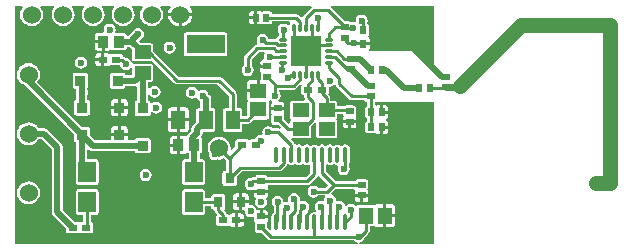
<source format=gtl>
%FSLAX25Y25*%
%MOIN*%
G70*
G01*
G75*
%ADD10R,0.02953X0.02362*%
%ADD11R,0.05512X0.04528*%
%ADD12O,0.01575X0.05315*%
%ADD13R,0.09842X0.09842*%
%ADD14O,0.01181X0.02874*%
%ADD15O,0.02874X0.01181*%
%ADD16R,0.12992X0.06299*%
%ADD17R,0.04724X0.06299*%
%ADD18C,0.06000*%
%ADD19R,0.02362X0.02953*%
%ADD20R,0.03150X0.03543*%
%ADD21R,0.02520X0.02362*%
%ADD22R,0.02362X0.02520*%
%ADD23R,0.05984X0.07008*%
%ADD24R,0.03543X0.03740*%
%ADD25R,0.03740X0.03543*%
%ADD26R,0.03543X0.03937*%
%ADD27R,0.05118X0.05512*%
%ADD28R,0.05512X0.05118*%
%ADD29R,0.05315X0.04528*%
%ADD30C,0.01000*%
%ADD31C,0.05000*%
%ADD32C,0.02362*%
%ADD33C,0.00787*%
%ADD34C,0.02000*%
%ADD35C,0.02362*%
%ADD36C,0.01968*%
G36*
X402500Y248653D02*
X402038Y248462D01*
X395264Y255236D01*
X381281D01*
X381034Y255736D01*
X381123Y255870D01*
X381201Y256260D01*
Y257236D01*
X379000D01*
Y258236D01*
X381201D01*
Y259213D01*
X381123Y259603D01*
X381000Y259787D01*
X380749Y260220D01*
X380923Y260480D01*
X380984Y260787D01*
Y263740D01*
X380923Y264047D01*
X380749Y264308D01*
X380676Y264357D01*
X380471Y264596D01*
X380409Y265007D01*
X380507Y265500D01*
X380354Y266268D01*
X379919Y266919D01*
X379268Y267354D01*
X378500Y267507D01*
X377732Y267354D01*
X377081Y266919D01*
X376646Y266268D01*
X376493Y265500D01*
X376538Y265271D01*
X376467Y265161D01*
X376105Y264887D01*
X375500Y265007D01*
X374891Y264886D01*
X374828Y264981D01*
X374567Y265155D01*
X374260Y265216D01*
X372872D01*
X368105Y269983D01*
X368086Y269997D01*
X368237Y270497D01*
X402500D01*
Y248653D01*
D02*
G37*
G36*
X369876Y243865D02*
X370072Y243572D01*
X374304Y239340D01*
X374730Y239055D01*
X375232Y238955D01*
X379464D01*
X379498Y238779D01*
X379673Y238519D01*
X379933Y238345D01*
X380240Y238284D01*
X380455D01*
Y237036D01*
X380279Y237002D01*
X380019Y236827D01*
X379845Y236567D01*
X379784Y236260D01*
Y233740D01*
X379845Y233433D01*
X380019Y233172D01*
X380279Y232998D01*
X380455Y232963D01*
Y232036D01*
X380279Y232002D01*
X380019Y231827D01*
X379845Y231567D01*
X379784Y231260D01*
Y228740D01*
X379845Y228433D01*
X380019Y228172D01*
X380279Y227998D01*
X380587Y227937D01*
X382949D01*
X383256Y227998D01*
X383317Y228039D01*
X383330Y228019D01*
X383661Y227798D01*
X384051Y227721D01*
X384732D01*
Y230000D01*
X385232D01*
Y230500D01*
X387433D01*
Y231260D01*
X387355Y231650D01*
X387134Y231981D01*
X386804Y232202D01*
X386586Y232245D01*
Y232755D01*
X386804Y232798D01*
X387134Y233019D01*
X387355Y233350D01*
X387433Y233740D01*
Y234500D01*
X385232D01*
Y235000D01*
X384732D01*
Y237279D01*
X384051D01*
X383661Y237202D01*
X383580Y237148D01*
X383080Y237415D01*
Y238354D01*
X402500D01*
Y191004D01*
X377603D01*
X377553Y191504D01*
X378268Y191646D01*
X378919Y192081D01*
X379354Y192732D01*
X379420Y193064D01*
X380779Y194422D01*
X381063Y194848D01*
X381163Y195350D01*
Y196941D01*
X382410D01*
X382717Y197002D01*
X382832Y197079D01*
X382870Y197023D01*
X383200Y196802D01*
X383591Y196724D01*
X385650D01*
Y200500D01*
Y204275D01*
X383591D01*
X383200Y204198D01*
X382870Y203977D01*
X382832Y203921D01*
X382717Y203998D01*
X382410Y204059D01*
X377291D01*
X376984Y203998D01*
X376724Y203824D01*
X376258Y204027D01*
X375768Y204354D01*
X375000Y204507D01*
X374232Y204354D01*
X373581Y203919D01*
X373467Y203749D01*
X372937Y203855D01*
X372854Y204268D01*
X372419Y204919D01*
X371768Y205354D01*
X371000Y205507D01*
X370497Y205407D01*
X370153Y205472D01*
X369953Y205770D01*
X369854Y206268D01*
X369419Y206919D01*
X368768Y207354D01*
X368505Y207406D01*
X368341Y207949D01*
X369811Y209420D01*
X376085D01*
X376352Y208920D01*
X376298Y208839D01*
X376221Y208449D01*
Y207768D01*
X380779D01*
Y208449D01*
X380702Y208839D01*
X380481Y209170D01*
X380461Y209183D01*
X380502Y209244D01*
X380563Y209551D01*
Y211913D01*
X380502Y212221D01*
X380328Y212481D01*
X380067Y212655D01*
X379760Y212716D01*
X377240D01*
X376933Y212655D01*
X376673Y212481D01*
X376498Y212221D01*
X376464Y212045D01*
X369811D01*
X366651Y215205D01*
Y217286D01*
X367151Y217554D01*
X367283Y217465D01*
X367898Y217343D01*
X368512Y217465D01*
X369033Y217813D01*
X369321D01*
X369842Y217465D01*
X370457Y217343D01*
X370725Y216887D01*
X370646Y216768D01*
X370493Y216000D01*
X370646Y215232D01*
X371081Y214581D01*
X371732Y214146D01*
X372500Y213993D01*
X373268Y214146D01*
X373919Y214581D01*
X374354Y215232D01*
X374507Y216000D01*
X374354Y216768D01*
X374328Y216807D01*
Y218079D01*
X374499Y218334D01*
X374621Y218949D01*
Y222689D01*
X374499Y223303D01*
X374151Y223824D01*
X373630Y224172D01*
X373016Y224295D01*
X372401Y224172D01*
X371880Y223824D01*
X371592D01*
X371071Y224172D01*
X370457Y224295D01*
X369842Y224172D01*
X369321Y223824D01*
X369033D01*
X368512Y224172D01*
X367898Y224295D01*
X367283Y224172D01*
X366762Y223824D01*
X366474D01*
X365953Y224172D01*
X365339Y224295D01*
X364724Y224172D01*
X364203Y223824D01*
X363915D01*
X363394Y224172D01*
X362779Y224295D01*
X362165Y224172D01*
X361644Y223824D01*
X361356D01*
X360835Y224172D01*
X360221Y224295D01*
X359606Y224172D01*
X359085Y223824D01*
X358797D01*
X358276Y224172D01*
X357661Y224295D01*
X357047Y224172D01*
X356891Y224068D01*
X356335Y224298D01*
X356315Y224400D01*
X356031Y224826D01*
X354988Y225868D01*
X355246Y226317D01*
X355413Y226284D01*
X360925D01*
X361232Y226345D01*
X361493Y226519D01*
X361667Y226779D01*
X361728Y227087D01*
Y230372D01*
X362772Y231416D01*
X363272Y231209D01*
Y227087D01*
X363333Y226779D01*
X363507Y226519D01*
X363768Y226345D01*
X364075Y226284D01*
X369587D01*
X369894Y226345D01*
X370154Y226519D01*
X370328Y226779D01*
X370389Y227087D01*
Y231614D01*
X370328Y231921D01*
X370154Y232182D01*
X370105Y232215D01*
Y232785D01*
X370154Y232818D01*
X370328Y233079D01*
X370389Y233386D01*
Y234337D01*
X372437D01*
Y234051D01*
X372498Y233744D01*
X372539Y233683D01*
X372519Y233670D01*
X372298Y233339D01*
X372221Y232949D01*
Y232268D01*
X374500D01*
X376779D01*
Y232949D01*
X376702Y233339D01*
X376481Y233670D01*
X376461Y233683D01*
X376502Y233744D01*
X376563Y234051D01*
Y236413D01*
X376502Y236721D01*
X376327Y236981D01*
X376067Y237155D01*
X375760Y237216D01*
X373240D01*
X372933Y237155D01*
X372673Y236981D01*
X372660Y236962D01*
X370389D01*
Y237913D01*
X370328Y238221D01*
X370154Y238481D01*
X369894Y238655D01*
X369587Y238716D01*
X368143D01*
Y239669D01*
X368043Y240172D01*
X367759Y240598D01*
X367427Y240929D01*
X367482Y241012D01*
X367543Y241319D01*
Y243190D01*
X367930Y243507D01*
X368000Y243493D01*
X368768Y243646D01*
X369280Y243987D01*
X369603Y243994D01*
X369876Y243865D01*
D02*
G37*
G36*
X361855Y269997D02*
X361835Y269983D01*
X359009Y267157D01*
X358768Y266796D01*
X358256Y266600D01*
X357428Y267428D01*
X357002Y267713D01*
X356500Y267813D01*
X348706D01*
X348655Y268067D01*
X348481Y268327D01*
X348221Y268502D01*
X347913Y268563D01*
X345551D01*
X345244Y268502D01*
X345183Y268461D01*
X345170Y268481D01*
X344839Y268702D01*
X344449Y268779D01*
X343768D01*
Y266500D01*
Y264221D01*
X344449D01*
X344839Y264298D01*
X345170Y264519D01*
X345183Y264539D01*
X345244Y264498D01*
X345551Y264437D01*
X347913D01*
X348221Y264498D01*
X348481Y264672D01*
X348655Y264933D01*
X348706Y265187D01*
X354400D01*
X354667Y264687D01*
X354502Y264440D01*
X354426Y264060D01*
X353919Y263919D01*
X353268Y264354D01*
X352500Y264507D01*
X351732Y264354D01*
X351081Y263919D01*
X350646Y263268D01*
X350493Y262500D01*
X350646Y261732D01*
X350888Y261369D01*
Y260485D01*
X350817Y260471D01*
X350361Y260167D01*
X350056Y259711D01*
X349968Y259268D01*
X349903Y259281D01*
X347451D01*
X347354Y259768D01*
X346919Y260419D01*
X346268Y260854D01*
X345500Y261007D01*
X344732Y260854D01*
X344081Y260419D01*
X343646Y259768D01*
X343493Y259000D01*
X343646Y258232D01*
X343805Y257994D01*
X343753Y257784D01*
X343554Y257469D01*
X343179Y257394D01*
X342753Y257109D01*
X339572Y253928D01*
X339287Y253502D01*
X339187Y253000D01*
Y250490D01*
X339081Y250419D01*
X338646Y249768D01*
X338493Y249000D01*
X338646Y248232D01*
X339081Y247581D01*
X339732Y247146D01*
X340500Y246993D01*
X341268Y247146D01*
X341919Y247581D01*
X342354Y248232D01*
X342507Y249000D01*
X342354Y249768D01*
X341919Y250419D01*
X341813Y250490D01*
Y252456D01*
X344225Y254869D01*
X346017D01*
X346252Y254428D01*
X346146Y254268D01*
X345993Y253500D01*
X346106Y252933D01*
X345790Y252433D01*
X345740D01*
X345350Y252355D01*
X345019Y252134D01*
X344798Y251804D01*
X344721Y251413D01*
Y250732D01*
X347000D01*
Y249732D01*
X344721D01*
Y249051D01*
X344798Y248661D01*
X345019Y248330D01*
X345039Y248317D01*
X344998Y248256D01*
X344937Y247949D01*
Y245728D01*
X344500D01*
Y242150D01*
X344000D01*
Y241650D01*
X340225D01*
Y239591D01*
X340302Y239200D01*
X340523Y238870D01*
X340579Y238832D01*
X340502Y238717D01*
X340441Y238409D01*
Y234148D01*
X340007Y233714D01*
X338720D01*
Y235551D01*
X338659Y235858D01*
X338485Y236119D01*
X338225Y236293D01*
X337917Y236354D01*
X336868D01*
Y240945D01*
X336768Y241447D01*
X336483Y241873D01*
X331928Y246428D01*
X331502Y246713D01*
X331000Y246813D01*
X317544D01*
X308960Y255396D01*
Y257209D01*
X308899Y257516D01*
X308725Y257776D01*
X308465Y257950D01*
X308157Y258012D01*
X305011D01*
X304300Y258722D01*
X304712Y259135D01*
X304768Y259146D01*
X305419Y259581D01*
X305854Y260232D01*
X306007Y261000D01*
X305854Y261768D01*
X305419Y262419D01*
X304768Y262854D01*
X304000Y263007D01*
X303232Y262854D01*
X302581Y262419D01*
X302146Y261768D01*
X302134Y261712D01*
X300745Y260322D01*
X300232D01*
Y260469D01*
X300171Y260776D01*
X299997Y261036D01*
X299736Y261210D01*
X299429Y261271D01*
X296577D01*
X296373Y261653D01*
X296362Y261771D01*
X296507Y262500D01*
X296354Y263268D01*
X295919Y263919D01*
X295268Y264354D01*
X294500Y264507D01*
X293732Y264354D01*
X293081Y263919D01*
X292646Y263268D01*
X292493Y262500D01*
X292595Y261988D01*
X292253Y261488D01*
X290571D01*
X290181Y261410D01*
X289850Y261190D01*
X289629Y260859D01*
X289551Y260469D01*
Y259000D01*
X292342D01*
Y258500D01*
X292843D01*
Y255512D01*
X294114D01*
X294504Y255590D01*
X294824Y255803D01*
X294839Y255812D01*
X295318Y255964D01*
X295579Y255790D01*
X295886Y255729D01*
X299429D01*
X299736Y255790D01*
X299997Y255964D01*
X300171Y256224D01*
X300232Y256532D01*
Y256678D01*
X301190D01*
X302040Y255828D01*
Y252681D01*
X302101Y252374D01*
X302275Y252113D01*
X302535Y251939D01*
X302842Y251878D01*
X308157D01*
X308465Y251939D01*
X308608Y252035D01*
X316072Y244572D01*
X316498Y244287D01*
X317000Y244187D01*
X330456D01*
X334243Y240401D01*
Y236354D01*
X333193D01*
X332886Y236293D01*
X332625Y236119D01*
X332451Y235858D01*
X332390Y235551D01*
Y229252D01*
X332451Y228945D01*
X332625Y228684D01*
X332886Y228510D01*
X333193Y228449D01*
X337917D01*
X338225Y228510D01*
X338485Y228684D01*
X338659Y228945D01*
X338720Y229252D01*
Y231089D01*
X340551D01*
X341054Y231189D01*
X341479Y231473D01*
X342494Y232488D01*
X346756D01*
X347063Y232550D01*
X347324Y232724D01*
X347498Y232984D01*
X347559Y233291D01*
Y238409D01*
X347539Y238508D01*
X347726Y238833D01*
X348273Y238952D01*
X348558Y238762D01*
X348610Y238242D01*
X348592Y238183D01*
X348519Y238134D01*
X348298Y237804D01*
X348221Y237413D01*
Y236732D01*
X352779D01*
Y237413D01*
X352702Y237804D01*
X352481Y238134D01*
X352150Y238355D01*
X351760Y238433D01*
X350850D01*
X350698Y238933D01*
X350919Y239081D01*
X351354Y239732D01*
X351507Y240500D01*
X351354Y241268D01*
X350919Y241919D01*
X350813Y241990D01*
Y242506D01*
X355821D01*
X356324Y242606D01*
X356749Y242891D01*
X357940Y244081D01*
X358487Y243972D01*
X358509Y243944D01*
X358457Y243681D01*
Y241319D01*
X358518Y241012D01*
X358692Y240751D01*
X358953Y240577D01*
X359260Y240516D01*
X359424D01*
Y239923D01*
X359524Y239421D01*
X359660Y239216D01*
X359394Y238716D01*
X355413D01*
X355106Y238655D01*
X354846Y238481D01*
X354672Y238221D01*
X354611Y237913D01*
Y233386D01*
X354672Y233079D01*
X354846Y232818D01*
X354895Y232785D01*
Y232215D01*
X354846Y232182D01*
X354672Y231921D01*
X354611Y231614D01*
Y231221D01*
X354111Y231013D01*
X352563Y232561D01*
Y233949D01*
X352502Y234256D01*
X352461Y234317D01*
X352481Y234330D01*
X352702Y234661D01*
X352779Y235051D01*
Y235732D01*
X348221D01*
Y235051D01*
X348298Y234661D01*
X348519Y234330D01*
X348539Y234317D01*
X348498Y234256D01*
X348437Y233949D01*
Y231587D01*
X348498Y231279D01*
X348673Y231019D01*
X348933Y230845D01*
X349240Y230784D01*
X350628D01*
X351517Y229894D01*
X351231Y229484D01*
X350728Y229584D01*
X348937D01*
X348866Y229691D01*
X348214Y230126D01*
X347446Y230279D01*
X346678Y230126D01*
X346027Y229691D01*
X345592Y229040D01*
X345439Y228272D01*
X345510Y227915D01*
X345085Y227490D01*
X345000Y227507D01*
X344232Y227354D01*
X343581Y226919D01*
X343146Y226268D01*
X343089Y225984D01*
X341787D01*
X341480Y225923D01*
X341220Y225749D01*
X340780D01*
X340520Y225923D01*
X340213Y225984D01*
X337260D01*
X336953Y225923D01*
X336692Y225749D01*
X336518Y225488D01*
X336457Y225181D01*
Y223577D01*
X335240Y222360D01*
X334767Y222594D01*
X334820Y223000D01*
X334690Y223989D01*
X334308Y224910D01*
X333701Y225701D01*
X332910Y226308D01*
X331989Y226690D01*
X331000Y226820D01*
X330011Y226690D01*
X329090Y226308D01*
X328299Y225701D01*
X327692Y224910D01*
X327310Y223989D01*
X327180Y223000D01*
X327310Y222011D01*
X327570Y221385D01*
X327493Y221000D01*
X327646Y220232D01*
X328081Y219581D01*
X328732Y219146D01*
X329500Y218993D01*
X330268Y219146D01*
X330431Y219255D01*
X331000Y219180D01*
X331989Y219310D01*
X332586Y219557D01*
X333187Y218956D01*
Y215511D01*
X332925D01*
X332618Y215450D01*
X332358Y215276D01*
X332184Y215016D01*
X332122Y214709D01*
Y211165D01*
X332184Y210858D01*
X332358Y210598D01*
X332618Y210424D01*
X332925Y210363D01*
X336075D01*
X336382Y210424D01*
X336643Y210598D01*
X336817Y210858D01*
X336878Y211165D01*
Y213458D01*
X338607Y215187D01*
X351000D01*
X351502Y215287D01*
X351928Y215572D01*
X353471Y217115D01*
X353690Y217443D01*
X353764Y217542D01*
X354279Y217605D01*
X354488Y217465D01*
X355102Y217343D01*
X355717Y217465D01*
X356238Y217813D01*
X356526D01*
X357047Y217465D01*
X357661Y217343D01*
X358276Y217465D01*
X358797Y217813D01*
X359085D01*
X359606Y217465D01*
X360221Y217343D01*
X360835Y217465D01*
X360967Y217554D01*
X361467Y217286D01*
Y214823D01*
X359921Y213277D01*
X347037D01*
X347002Y213453D01*
X346828Y213713D01*
X346567Y213887D01*
X346260Y213948D01*
X343740D01*
X343433Y213887D01*
X343173Y213713D01*
X342998Y213453D01*
X342964Y213277D01*
X342035D01*
X341533Y213177D01*
X341184Y212944D01*
X340732Y212854D01*
X340081Y212419D01*
X339646Y211768D01*
X339493Y211000D01*
X339646Y210232D01*
X340081Y209581D01*
X340732Y209146D01*
X341500Y208993D01*
X342221Y209136D01*
X342353Y209114D01*
X342567Y209000D01*
X347279D01*
Y209681D01*
X347202Y210071D01*
X347148Y210152D01*
X347415Y210652D01*
X360465D01*
X360967Y210752D01*
X361393Y211036D01*
X363708Y213351D01*
X363886Y213618D01*
X364219Y213691D01*
X364360Y213695D01*
X364475Y213668D01*
X367411Y210732D01*
X366492Y209813D01*
X363990D01*
X363919Y209919D01*
X363268Y210354D01*
X362500Y210507D01*
X361732Y210354D01*
X361081Y209919D01*
X360646Y209268D01*
X360493Y208500D01*
X360646Y207732D01*
X361081Y207081D01*
X361732Y206646D01*
X362500Y206493D01*
X363268Y206646D01*
X363919Y207081D01*
X363990Y207187D01*
X366159D01*
X366426Y206687D01*
X366146Y206268D01*
X366047Y205770D01*
X365847Y205472D01*
X365503Y205407D01*
X365000Y205507D01*
X364232Y205354D01*
X363581Y204919D01*
X363146Y204268D01*
X362993Y203500D01*
X363146Y202732D01*
X363581Y202081D01*
X363613Y202060D01*
X363608Y201963D01*
X363597Y201941D01*
X363089Y201595D01*
X362779Y201657D01*
X362165Y201535D01*
X362037Y201449D01*
X361509Y201340D01*
X360918Y201735D01*
X360775Y201763D01*
X360574Y202313D01*
X360854Y202732D01*
X361007Y203500D01*
X360854Y204268D01*
X360419Y204919D01*
X359768Y205354D01*
X359000Y205507D01*
X358395Y205387D01*
X358033Y205661D01*
X357962Y205771D01*
X358007Y206000D01*
X357854Y206768D01*
X357419Y207419D01*
X356768Y207854D01*
X356000Y208007D01*
X355232Y207854D01*
X354581Y207419D01*
X354146Y206768D01*
X353993Y206000D01*
X354113Y205395D01*
X353839Y205033D01*
X353729Y204962D01*
X353500Y205007D01*
X352997Y204907D01*
X352653Y204972D01*
X352453Y205270D01*
X352354Y205768D01*
X351919Y206419D01*
X351268Y206854D01*
X350500Y207007D01*
X349732Y206854D01*
X349081Y206419D01*
X348646Y205768D01*
X348493Y205000D01*
X348646Y204232D01*
X349081Y203581D01*
X349156Y203531D01*
Y201392D01*
X348849Y201187D01*
X348501Y200666D01*
X348379Y200051D01*
Y196311D01*
X348468Y195864D01*
X348007Y195617D01*
X347063Y196561D01*
Y197949D01*
X347002Y198256D01*
X346961Y198317D01*
X346981Y198330D01*
X347202Y198661D01*
X347279Y199051D01*
Y199732D01*
X345000D01*
Y200232D01*
X344500D01*
Y202433D01*
X343740D01*
X343433Y202372D01*
X343354Y202768D01*
X342919Y203419D01*
X342268Y203854D01*
X341500Y204007D01*
X341221Y203952D01*
X340834Y204269D01*
Y204563D01*
X338740D01*
Y202272D01*
X339270D01*
X339493Y202000D01*
X339646Y201232D01*
X340081Y200581D01*
X340732Y200146D01*
X341500Y199993D01*
X342221Y200136D01*
X342353Y200114D01*
X342721Y199918D01*
Y199051D01*
X342798Y198661D01*
X343019Y198330D01*
X343039Y198317D01*
X342998Y198256D01*
X342937Y197949D01*
Y195587D01*
X342998Y195279D01*
X343173Y195019D01*
X343433Y194845D01*
X343740Y194784D01*
X345128D01*
X347340Y192572D01*
X347765Y192287D01*
X348268Y192187D01*
X376010D01*
X376081Y192081D01*
X376732Y191646D01*
X377447Y191504D01*
X377397Y191004D01*
X263003D01*
X263003Y270497D01*
X265395D01*
X265642Y269997D01*
X265192Y269410D01*
X264810Y268489D01*
X264680Y267500D01*
X264810Y266511D01*
X265192Y265590D01*
X265799Y264799D01*
X266590Y264192D01*
X267511Y263810D01*
X268500Y263680D01*
X269489Y263810D01*
X270410Y264192D01*
X271201Y264799D01*
X271808Y265590D01*
X272190Y266511D01*
X272320Y267500D01*
X272190Y268489D01*
X271808Y269410D01*
X271358Y269997D01*
X271605Y270497D01*
X275895D01*
X276142Y269997D01*
X275692Y269410D01*
X275310Y268489D01*
X275180Y267500D01*
X275310Y266511D01*
X275692Y265590D01*
X276299Y264799D01*
X277090Y264192D01*
X278011Y263810D01*
X279000Y263680D01*
X279989Y263810D01*
X280910Y264192D01*
X281701Y264799D01*
X282308Y265590D01*
X282690Y266511D01*
X282820Y267500D01*
X282690Y268489D01*
X282308Y269410D01*
X281858Y269997D01*
X282105Y270497D01*
X285895D01*
X286142Y269997D01*
X285692Y269410D01*
X285310Y268489D01*
X285180Y267500D01*
X285310Y266511D01*
X285692Y265590D01*
X286299Y264799D01*
X287090Y264192D01*
X288011Y263810D01*
X289000Y263680D01*
X289989Y263810D01*
X290910Y264192D01*
X291701Y264799D01*
X292308Y265590D01*
X292690Y266511D01*
X292820Y267500D01*
X292690Y268489D01*
X292308Y269410D01*
X291858Y269997D01*
X292105Y270497D01*
X295895D01*
X296142Y269997D01*
X295692Y269410D01*
X295310Y268489D01*
X295180Y267500D01*
X295310Y266511D01*
X295692Y265590D01*
X296299Y264799D01*
X297090Y264192D01*
X298011Y263810D01*
X299000Y263680D01*
X299989Y263810D01*
X300910Y264192D01*
X301701Y264799D01*
X302308Y265590D01*
X302690Y266511D01*
X302820Y267500D01*
X302690Y268489D01*
X302308Y269410D01*
X301858Y269997D01*
X302105Y270497D01*
X305395D01*
X305642Y269997D01*
X305192Y269410D01*
X304810Y268489D01*
X304680Y267500D01*
X304810Y266511D01*
X305192Y265590D01*
X305799Y264799D01*
X306590Y264192D01*
X307511Y263810D01*
X308500Y263680D01*
X309489Y263810D01*
X310410Y264192D01*
X311201Y264799D01*
X311808Y265590D01*
X312190Y266511D01*
X312320Y267500D01*
X312190Y268489D01*
X311808Y269410D01*
X311358Y269997D01*
X311605Y270497D01*
X314627D01*
X314874Y269997D01*
X314506Y269517D01*
X314103Y268544D01*
X314031Y268000D01*
X318000D01*
X321969D01*
X321897Y268544D01*
X321494Y269517D01*
X321126Y269997D01*
X321373Y270497D01*
X361703D01*
X361855Y269997D01*
D02*
G37*
%LPC*%
G36*
X387433Y229500D02*
X385732D01*
Y227721D01*
X386413D01*
X386804Y227798D01*
X387134Y228019D01*
X387355Y228350D01*
X387433Y228740D01*
Y229500D01*
D02*
G37*
G36*
X380779Y206768D02*
X379000D01*
Y205067D01*
X379760D01*
X380150Y205145D01*
X380481Y205366D01*
X380702Y205696D01*
X380779Y206087D01*
Y206768D01*
D02*
G37*
G36*
X389728Y200000D02*
X386650D01*
Y196724D01*
X388709D01*
X389099Y196802D01*
X389430Y197023D01*
X389651Y197354D01*
X389728Y197744D01*
Y200000D01*
D02*
G37*
G36*
X378000Y206768D02*
X376221D01*
Y206087D01*
X376298Y205696D01*
X376519Y205366D01*
X376850Y205145D01*
X377240Y205067D01*
X378000D01*
Y206768D01*
D02*
G37*
G36*
X388709Y204275D02*
X386650D01*
Y201000D01*
X389728D01*
Y203256D01*
X389651Y203646D01*
X389430Y203977D01*
X389099Y204198D01*
X388709Y204275D01*
D02*
G37*
G36*
X376779Y231268D02*
X375000D01*
Y229567D01*
X375760D01*
X376150Y229645D01*
X376481Y229866D01*
X376702Y230196D01*
X376779Y230587D01*
Y231268D01*
D02*
G37*
G36*
X374000D02*
X372221D01*
Y230587D01*
X372298Y230196D01*
X372519Y229866D01*
X372850Y229645D01*
X373240Y229567D01*
X374000D01*
Y231268D01*
D02*
G37*
G36*
X386413Y237279D02*
X385732D01*
Y235500D01*
X387433D01*
Y236260D01*
X387355Y236650D01*
X387134Y236981D01*
X386804Y237202D01*
X386413Y237279D01*
D02*
G37*
G36*
X306500Y216007D02*
X305732Y215854D01*
X305081Y215419D01*
X304646Y214768D01*
X304493Y214000D01*
X304646Y213232D01*
X305081Y212581D01*
X305732Y212146D01*
X306500Y211993D01*
X307268Y212146D01*
X307919Y212581D01*
X308354Y213232D01*
X308507Y214000D01*
X308354Y214768D01*
X307919Y215419D01*
X307268Y215854D01*
X306500Y216007D01*
D02*
G37*
G36*
X316843Y223500D02*
X314551D01*
Y222031D01*
X314629Y221641D01*
X314850Y221310D01*
X315181Y221090D01*
X315571Y221012D01*
X316843D01*
Y223500D01*
D02*
G37*
G36*
X337740Y207854D02*
X336665D01*
X336275Y207777D01*
X335944Y207556D01*
X335723Y207225D01*
X335646Y206835D01*
Y205563D01*
X337740D01*
Y207854D01*
D02*
G37*
G36*
X339815D02*
X338740D01*
Y205563D01*
X340834D01*
Y206835D01*
X340757Y207225D01*
X340536Y207556D01*
X340205Y207777D01*
X339815Y207854D01*
D02*
G37*
G36*
X267500Y251320D02*
X266511Y251190D01*
X265590Y250808D01*
X264799Y250201D01*
X264192Y249410D01*
X263810Y248489D01*
X263680Y247500D01*
X263810Y246511D01*
X264192Y245590D01*
X264799Y244799D01*
X265590Y244192D01*
X266341Y243880D01*
X282725Y227497D01*
Y225630D01*
X282786Y225323D01*
X282960Y225062D01*
X283220Y224888D01*
X283477Y224837D01*
Y219026D01*
X283333Y218811D01*
X283272Y218504D01*
Y211496D01*
X283333Y211189D01*
X283507Y210928D01*
X283768Y210754D01*
X284075Y210693D01*
X290059D01*
X290366Y210754D01*
X290627Y210928D01*
X290801Y211189D01*
X290862Y211496D01*
Y218504D01*
X290801Y218811D01*
X290627Y219072D01*
X290366Y219246D01*
X290059Y219307D01*
X287122D01*
Y222447D01*
X287584Y222638D01*
X287711Y222511D01*
X287711Y222511D01*
X288303Y222115D01*
X289000Y221977D01*
X289000Y221977D01*
X302837D01*
X302888Y221720D01*
X303062Y221460D01*
X303323Y221286D01*
X303630Y221225D01*
X307370D01*
X307677Y221286D01*
X307938Y221460D01*
X308112Y221720D01*
X308173Y222028D01*
Y225571D01*
X308112Y225878D01*
X307938Y226138D01*
X307677Y226313D01*
X307370Y226374D01*
X303630D01*
X303323Y226313D01*
X303062Y226138D01*
X302888Y225878D01*
X302837Y225622D01*
X300499D01*
X300492Y225630D01*
Y227000D01*
X297701D01*
X294910D01*
Y225630D01*
X294903Y225622D01*
X289755D01*
X287874Y227503D01*
Y229370D01*
X287813Y229677D01*
X287639Y229938D01*
X287378Y230112D01*
X287071Y230173D01*
X285204D01*
X270365Y245012D01*
X270808Y245590D01*
X271190Y246511D01*
X271320Y247500D01*
X271190Y248489D01*
X270808Y249410D01*
X270201Y250201D01*
X269410Y250808D01*
X268489Y251190D01*
X267500Y251320D01*
D02*
G37*
G36*
X297201Y230390D02*
X295929D01*
X295539Y230312D01*
X295208Y230091D01*
X294987Y229760D01*
X294910Y229370D01*
Y228000D01*
X297201D01*
Y230390D01*
D02*
G37*
G36*
X299472D02*
X298201D01*
Y228000D01*
X300492D01*
Y229370D01*
X300414Y229760D01*
X300193Y230091D01*
X299863Y230312D01*
X299472Y230390D01*
D02*
G37*
G36*
X316945Y231902D02*
X314063D01*
Y229252D01*
X314141Y228862D01*
X314362Y228531D01*
X314692Y228310D01*
X315083Y228232D01*
X316945D01*
Y231902D01*
D02*
G37*
G36*
X316843Y226988D02*
X315571D01*
X315181Y226910D01*
X314850Y226690D01*
X314629Y226359D01*
X314551Y225969D01*
Y224500D01*
X316843D01*
Y226988D01*
D02*
G37*
G36*
X322000Y243507D02*
X321232Y243354D01*
X320581Y242919D01*
X320146Y242268D01*
X319993Y241500D01*
X320146Y240732D01*
X320581Y240081D01*
X321232Y239646D01*
X322000Y239493D01*
X322768Y239646D01*
X323108Y239873D01*
X323646Y239732D01*
X324081Y239081D01*
X324678Y238682D01*
Y236354D01*
X324138D01*
X323831Y236293D01*
X323570Y236119D01*
X323396Y235858D01*
X323335Y235551D01*
Y231814D01*
X322211Y230690D01*
X321816Y230099D01*
X321678Y229402D01*
X321678Y229401D01*
Y228816D01*
X321646Y228768D01*
X321635Y228712D01*
X320711Y227789D01*
X320316Y227197D01*
X320266Y226945D01*
X320125Y226861D01*
X319721Y226766D01*
X319504Y226910D01*
X319114Y226988D01*
X317843D01*
Y224000D01*
Y221012D01*
X319114D01*
X319504Y221090D01*
X319824Y221303D01*
X319839Y221312D01*
X320318Y221464D01*
X320579Y221290D01*
X320835Y221239D01*
Y219307D01*
X319508D01*
X319201Y219246D01*
X318940Y219072D01*
X318766Y218811D01*
X318705Y218504D01*
Y211496D01*
X318766Y211189D01*
X318940Y210928D01*
X319201Y210754D01*
X319508Y210693D01*
X325492D01*
X325799Y210754D01*
X326060Y210928D01*
X326234Y211189D01*
X326295Y211496D01*
Y218504D01*
X326234Y218811D01*
X326060Y219072D01*
X325799Y219246D01*
X325492Y219307D01*
X324480D01*
Y221239D01*
X324736Y221290D01*
X324997Y221464D01*
X325171Y221724D01*
X325232Y222031D01*
Y225969D01*
X325171Y226276D01*
X324997Y226536D01*
X324972Y226660D01*
X325354Y227232D01*
X325507Y228000D01*
X325495Y228063D01*
X325812Y228449D01*
X328862D01*
X329169Y228510D01*
X329430Y228684D01*
X329604Y228945D01*
X329665Y229252D01*
Y235551D01*
X329604Y235858D01*
X329430Y236119D01*
X329169Y236293D01*
X328862Y236354D01*
X328322D01*
Y239500D01*
X328184Y240197D01*
X327789Y240789D01*
X327398Y241050D01*
X327354Y241268D01*
X326919Y241919D01*
X326268Y242354D01*
X325500Y242507D01*
X324732Y242354D01*
X324392Y242127D01*
X323854Y242268D01*
X323419Y242919D01*
X322768Y243354D01*
X322000Y243507D01*
D02*
G37*
G36*
X339260Y198500D02*
X337264D01*
Y196799D01*
X338240D01*
X338630Y196877D01*
X338961Y197098D01*
X339182Y197429D01*
X339260Y197819D01*
Y198500D01*
D02*
G37*
G36*
X338240Y201201D02*
X337264D01*
Y199500D01*
X339260D01*
Y200181D01*
X339182Y200571D01*
X338961Y200902D01*
X338630Y201123D01*
X338240Y201201D01*
D02*
G37*
G36*
X325492Y209307D02*
X319508D01*
X319201Y209246D01*
X318940Y209072D01*
X318766Y208811D01*
X318705Y208504D01*
Y201496D01*
X318766Y201189D01*
X318940Y200928D01*
X319201Y200754D01*
X319508Y200693D01*
X325492D01*
X325799Y200754D01*
X326060Y200928D01*
X326234Y201189D01*
X326295Y201496D01*
Y203750D01*
X328382D01*
Y203291D01*
X328443Y202984D01*
X328617Y202724D01*
X328878Y202550D01*
X329185Y202488D01*
X329447D01*
Y202240D01*
X329547Y201738D01*
X329832Y201312D01*
X330210Y200933D01*
X330192Y200749D01*
X330018Y200488D01*
X329957Y200181D01*
Y197819D01*
X330018Y197512D01*
X330192Y197251D01*
X330453Y197077D01*
X330760Y197016D01*
X333713D01*
X334020Y197077D01*
X334280Y197251D01*
X334714Y197000D01*
X334897Y196877D01*
X335287Y196799D01*
X336264D01*
Y199000D01*
Y201201D01*
X335287D01*
X334897Y201123D01*
X334714Y201000D01*
X334280Y200749D01*
X334020Y200923D01*
X333713Y200984D01*
X333505D01*
X333449Y201266D01*
X333164Y201692D01*
X332755Y202101D01*
X332865Y202699D01*
X332902Y202724D01*
X333076Y202984D01*
X333137Y203291D01*
Y206835D01*
X333076Y207142D01*
X332902Y207402D01*
X332642Y207576D01*
X332335Y207638D01*
X329185D01*
X328878Y207576D01*
X328617Y207402D01*
X328443Y207142D01*
X328382Y206835D01*
Y206376D01*
X326295D01*
Y208504D01*
X326234Y208811D01*
X326060Y209072D01*
X325799Y209246D01*
X325492Y209307D01*
D02*
G37*
G36*
X267500Y231635D02*
X266511Y231505D01*
X265590Y231123D01*
X264799Y230516D01*
X264192Y229725D01*
X263810Y228804D01*
X263680Y227815D01*
X263810Y226826D01*
X264192Y225905D01*
X264799Y225114D01*
X265590Y224507D01*
X266511Y224125D01*
X267500Y223995D01*
X268489Y224125D01*
X269410Y224507D01*
X270201Y225114D01*
X270808Y225905D01*
X270845Y225992D01*
X271930D01*
X275178Y222745D01*
Y201736D01*
X275178Y201736D01*
X275316Y201039D01*
X275711Y200448D01*
X279957Y196202D01*
Y195319D01*
X280018Y195012D01*
X280192Y194751D01*
X280453Y194577D01*
X280760Y194516D01*
X283713D01*
X284020Y194577D01*
X284280Y194751D01*
X284720D01*
X284980Y194577D01*
X285287Y194516D01*
X288240D01*
X288547Y194577D01*
X288808Y194751D01*
X288982Y195012D01*
X289043Y195319D01*
Y197681D01*
X288982Y197988D01*
X288808Y198249D01*
X288547Y198423D01*
X288380Y198456D01*
Y200693D01*
X290059D01*
X290366Y200754D01*
X290627Y200928D01*
X290801Y201189D01*
X290862Y201496D01*
Y208504D01*
X290801Y208811D01*
X290627Y209072D01*
X290366Y209246D01*
X290059Y209307D01*
X284075D01*
X283768Y209246D01*
X283507Y209072D01*
X283333Y208811D01*
X283272Y208504D01*
Y201496D01*
X283333Y201189D01*
X283507Y200928D01*
X283768Y200754D01*
X284075Y200693D01*
X285754D01*
Y198484D01*
X285287D01*
X284980Y198423D01*
X284720Y198249D01*
X284280D01*
X284020Y198423D01*
X283713Y198484D01*
X282830D01*
X278822Y202491D01*
Y223500D01*
X278684Y224197D01*
X278289Y224789D01*
X278289Y224789D01*
X273974Y229104D01*
X273382Y229499D01*
X272685Y229637D01*
X272685Y229637D01*
X270845D01*
X270808Y229725D01*
X270201Y230516D01*
X269410Y231123D01*
X268489Y231505D01*
X267500Y231635D01*
D02*
G37*
G36*
X346260Y202433D02*
X345500D01*
Y200732D01*
X347279D01*
Y201413D01*
X347202Y201804D01*
X346981Y202134D01*
X346650Y202355D01*
X346260Y202433D01*
D02*
G37*
G36*
X267500Y211950D02*
X266511Y211820D01*
X265590Y211438D01*
X264799Y210831D01*
X264192Y210040D01*
X263810Y209119D01*
X263680Y208130D01*
X263810Y207141D01*
X264192Y206220D01*
X264799Y205429D01*
X265590Y204822D01*
X266511Y204440D01*
X267500Y204310D01*
X268489Y204440D01*
X269410Y204822D01*
X270201Y205429D01*
X270808Y206220D01*
X271190Y207141D01*
X271320Y208130D01*
X271190Y209119D01*
X270808Y210040D01*
X270201Y210831D01*
X269410Y211438D01*
X268489Y211820D01*
X267500Y211950D01*
D02*
G37*
G36*
X347279Y208000D02*
X342721D01*
Y207319D01*
X342798Y206929D01*
X343019Y206598D01*
X343074Y206561D01*
X343251Y205926D01*
X343146Y205768D01*
X342993Y205000D01*
X343146Y204232D01*
X343581Y203581D01*
X344232Y203146D01*
X345000Y202993D01*
X345768Y203146D01*
X346419Y203581D01*
X346854Y204232D01*
X347007Y205000D01*
X346854Y205768D01*
X346749Y205926D01*
X346926Y206561D01*
X346981Y206598D01*
X347202Y206929D01*
X347279Y207319D01*
Y208000D01*
D02*
G37*
G36*
X337740Y204563D02*
X335646D01*
Y203291D01*
X335723Y202901D01*
X335944Y202570D01*
X336275Y202349D01*
X336665Y202272D01*
X337740D01*
Y204563D01*
D02*
G37*
G36*
X291736Y254701D02*
X290760D01*
X290370Y254623D01*
X290039Y254402D01*
X289818Y254071D01*
X289740Y253681D01*
Y253000D01*
X291736D01*
Y254701D01*
D02*
G37*
G36*
X332996Y261551D02*
X320004D01*
X319697Y261490D01*
X319436Y261316D01*
X319262Y261055D01*
X319201Y260748D01*
Y254449D01*
X319262Y254142D01*
X319436Y253881D01*
X319697Y253707D01*
X320004Y253646D01*
X332996D01*
X333303Y253707D01*
X333564Y253881D01*
X333738Y254142D01*
X333799Y254449D01*
Y260748D01*
X333738Y261055D01*
X333564Y261316D01*
X333303Y261490D01*
X332996Y261551D01*
D02*
G37*
G36*
X291736Y252000D02*
X289740D01*
Y251319D01*
X289818Y250929D01*
X290039Y250598D01*
X290370Y250377D01*
X290760Y250299D01*
X291736D01*
Y252000D01*
D02*
G37*
G36*
X293713Y254701D02*
X292736D01*
Y252500D01*
Y250299D01*
X293713D01*
X294103Y250377D01*
X294286Y250500D01*
X294720Y250751D01*
X294980Y250577D01*
X295287Y250516D01*
X298089D01*
X298146Y250232D01*
X298581Y249581D01*
X299232Y249146D01*
X300000Y248993D01*
X300768Y249146D01*
X301419Y249581D01*
X301540Y249761D01*
X302040Y249609D01*
Y247322D01*
X299775D01*
Y247370D01*
X299714Y247677D01*
X299540Y247938D01*
X299280Y248112D01*
X298972Y248173D01*
X295429D01*
X295122Y248112D01*
X294861Y247938D01*
X294687Y247677D01*
X294626Y247370D01*
Y243630D01*
X294687Y243323D01*
X294861Y243062D01*
X295122Y242888D01*
X295429Y242827D01*
X298972D01*
X299280Y242888D01*
X299540Y243062D01*
X299714Y243323D01*
X299775Y243630D01*
Y243678D01*
X302945D01*
X302945Y243678D01*
X303178Y243724D01*
X303678Y243314D01*
Y238775D01*
X303630D01*
X303323Y238714D01*
X303062Y238540D01*
X302888Y238280D01*
X302827Y237972D01*
Y234429D01*
X302888Y234122D01*
X303062Y233861D01*
X303323Y233687D01*
X303630Y233626D01*
X307370D01*
X307677Y233687D01*
X307938Y233861D01*
X308112Y234122D01*
X308173Y234429D01*
Y234860D01*
X308673Y235019D01*
X309232Y234646D01*
X310000Y234493D01*
X310768Y234646D01*
X311419Y235081D01*
X311854Y235732D01*
X312007Y236500D01*
X311854Y237268D01*
X311419Y237919D01*
X310768Y238354D01*
X310000Y238507D01*
X309232Y238354D01*
X308670Y237979D01*
X308578Y237978D01*
X308342Y238046D01*
X308137Y238155D01*
X308112Y238280D01*
X307938Y238540D01*
X307677Y238714D01*
X307370Y238775D01*
X307322D01*
Y240566D01*
X307822Y240718D01*
X308081Y240331D01*
X308732Y239896D01*
X309500Y239743D01*
X310268Y239896D01*
X310919Y240331D01*
X311354Y240982D01*
X311507Y241750D01*
X311354Y242518D01*
X310919Y243169D01*
X310268Y243604D01*
X309500Y243757D01*
X308732Y243604D01*
X308081Y243169D01*
X307822Y242782D01*
X307322Y242934D01*
Y244988D01*
X308157D01*
X308465Y245050D01*
X308725Y245224D01*
X308899Y245484D01*
X308960Y245791D01*
Y250319D01*
X308899Y250626D01*
X308725Y250887D01*
X308465Y251061D01*
X308157Y251122D01*
X302842D01*
X302535Y251061D01*
X302483Y251026D01*
X301958Y251244D01*
X301854Y251768D01*
X301419Y252419D01*
X300768Y252854D01*
X300000Y253007D01*
X299874Y252982D01*
X299428Y253428D01*
X299042Y253686D01*
X298982Y253988D01*
X298808Y254249D01*
X298547Y254423D01*
X298240Y254484D01*
X295287D01*
X294980Y254423D01*
X294720Y254249D01*
X294286Y254500D01*
X294103Y254623D01*
X293713Y254701D01*
D02*
G37*
G36*
X285000Y253507D02*
X284232Y253354D01*
X283581Y252919D01*
X283146Y252268D01*
X282993Y251500D01*
X283146Y250732D01*
X283581Y250081D01*
X284232Y249646D01*
X285000Y249493D01*
X285768Y249646D01*
X286419Y250081D01*
X286854Y250732D01*
X287007Y251500D01*
X286854Y252268D01*
X286419Y252919D01*
X285768Y253354D01*
X285000Y253507D01*
D02*
G37*
G36*
X314500Y258507D02*
X313732Y258354D01*
X313081Y257919D01*
X312646Y257268D01*
X312493Y256500D01*
X312646Y255732D01*
X313081Y255081D01*
X313732Y254646D01*
X314500Y254493D01*
X315268Y254646D01*
X315919Y255081D01*
X316354Y255732D01*
X316507Y256500D01*
X316354Y257268D01*
X315919Y257919D01*
X315268Y258354D01*
X314500Y258507D01*
D02*
G37*
G36*
X342768Y266000D02*
X341067D01*
Y265240D01*
X341145Y264850D01*
X341366Y264519D01*
X341696Y264298D01*
X342087Y264221D01*
X342768D01*
Y266000D01*
D02*
G37*
G36*
Y268779D02*
X342087D01*
X341696Y268702D01*
X341366Y268481D01*
X341145Y268150D01*
X341067Y267760D01*
Y267000D01*
X342768D01*
Y268779D01*
D02*
G37*
G36*
X321969Y267000D02*
X318500D01*
Y263531D01*
X319044Y263603D01*
X320017Y264006D01*
X320853Y264647D01*
X321494Y265483D01*
X321897Y266456D01*
X321969Y267000D01*
D02*
G37*
G36*
X291843Y258000D02*
X289551D01*
Y256532D01*
X289629Y256141D01*
X289850Y255810D01*
X290181Y255590D01*
X290571Y255512D01*
X291843D01*
Y258000D01*
D02*
G37*
G36*
X317500Y267000D02*
X314031D01*
X314103Y266456D01*
X314506Y265483D01*
X315147Y264647D01*
X315983Y264006D01*
X316956Y263603D01*
X317500Y263531D01*
Y267000D01*
D02*
G37*
G36*
X343500Y245728D02*
X341244D01*
X340854Y245651D01*
X340523Y245430D01*
X340302Y245099D01*
X340225Y244709D01*
Y242650D01*
X343500D01*
Y245728D01*
D02*
G37*
G36*
X316945Y236571D02*
X315083D01*
X314692Y236493D01*
X314362Y236272D01*
X314141Y235941D01*
X314063Y235551D01*
Y232902D01*
X316945D01*
Y236571D01*
D02*
G37*
G36*
X319807D02*
X317945D01*
Y232902D01*
X320827D01*
Y235551D01*
X320749Y235941D01*
X320528Y236272D01*
X320197Y236493D01*
X319807Y236571D01*
D02*
G37*
G36*
X320827Y231902D02*
X317945D01*
Y228232D01*
X319807D01*
X320197Y228310D01*
X320528Y228531D01*
X320749Y228862D01*
X320827Y229252D01*
Y231902D01*
D02*
G37*
G36*
X297201Y236000D02*
X294910D01*
Y234630D01*
X294987Y234240D01*
X295208Y233909D01*
X295539Y233688D01*
X295929Y233610D01*
X297201D01*
Y236000D01*
D02*
G37*
G36*
Y239390D02*
X295929D01*
X295539Y239312D01*
X295208Y239091D01*
X294987Y238760D01*
X294910Y238370D01*
Y237000D01*
X297201D01*
Y239390D01*
D02*
G37*
G36*
X299472D02*
X298201D01*
Y237000D01*
X300492D01*
Y238370D01*
X300414Y238760D01*
X300193Y239091D01*
X299863Y239312D01*
X299472Y239390D01*
D02*
G37*
G36*
X300492Y236000D02*
X298201D01*
Y233610D01*
X299472D01*
X299863Y233688D01*
X300193Y233909D01*
X300414Y234240D01*
X300492Y234630D01*
Y236000D01*
D02*
G37*
G36*
X286571Y248173D02*
X283028D01*
X282720Y248112D01*
X282460Y247938D01*
X282286Y247677D01*
X282225Y247370D01*
Y243630D01*
X282286Y243323D01*
X282460Y243062D01*
X282720Y242888D01*
X283028Y242827D01*
X283477D01*
Y242316D01*
X283445Y242268D01*
X283292Y241500D01*
X283445Y240732D01*
X283477Y240684D01*
Y239163D01*
X283220Y239112D01*
X282960Y238938D01*
X282786Y238677D01*
X282725Y238370D01*
Y234630D01*
X282786Y234323D01*
X282960Y234062D01*
X283220Y233888D01*
X283528Y233827D01*
X287071D01*
X287378Y233888D01*
X287639Y234062D01*
X287813Y234323D01*
X287874Y234630D01*
Y238370D01*
X287813Y238677D01*
X287639Y238938D01*
X287378Y239112D01*
X287122Y239163D01*
Y240684D01*
X287154Y240732D01*
X287306Y241500D01*
X287154Y242268D01*
X287122Y242316D01*
Y243051D01*
X287139Y243062D01*
X287313Y243323D01*
X287374Y243630D01*
Y247370D01*
X287313Y247677D01*
X287139Y247938D01*
X286878Y248112D01*
X286571Y248173D01*
D02*
G37*
%LPD*%
D10*
X360736Y242500D02*
D03*
X365264D02*
D03*
X292236Y252500D02*
D03*
X296764D02*
D03*
X336764Y199000D02*
D03*
X332236D02*
D03*
X282236Y196500D02*
D03*
X286764D02*
D03*
X338736Y224000D02*
D03*
X343264D02*
D03*
D11*
X366831Y235650D02*
D03*
Y229350D02*
D03*
X358169Y235650D02*
D03*
Y229350D02*
D03*
D12*
X373016Y220819D02*
D03*
X370457D02*
D03*
X367898D02*
D03*
X365339D02*
D03*
X362779D02*
D03*
X360221D02*
D03*
X357661D02*
D03*
X355102D02*
D03*
X352543D02*
D03*
X349984D02*
D03*
X373016Y198181D02*
D03*
X370457D02*
D03*
X367898D02*
D03*
X365339D02*
D03*
X362779D02*
D03*
X360221D02*
D03*
X357661D02*
D03*
X355102D02*
D03*
X352543D02*
D03*
X349984D02*
D03*
D13*
X359937Y255236D02*
D03*
D14*
X356000Y262972D02*
D03*
X357968D02*
D03*
X359937D02*
D03*
X361906D02*
D03*
X363874D02*
D03*
Y247500D02*
D03*
X361906D02*
D03*
X359937D02*
D03*
X357968D02*
D03*
X356000D02*
D03*
D15*
X367673Y259173D02*
D03*
Y257205D02*
D03*
Y255236D02*
D03*
Y253268D02*
D03*
Y251299D02*
D03*
X352201D02*
D03*
Y253268D02*
D03*
Y255236D02*
D03*
Y257205D02*
D03*
Y259173D02*
D03*
D16*
X326500Y257598D02*
D03*
D17*
X335555Y232402D02*
D03*
X326500D02*
D03*
X317445D02*
D03*
D18*
X331000Y223000D02*
D03*
X268500Y267500D02*
D03*
X289000D02*
D03*
X279000D02*
D03*
X299000D02*
D03*
X308500D02*
D03*
X318000D02*
D03*
X267500Y247500D02*
D03*
Y227815D02*
D03*
Y208130D02*
D03*
D19*
X379000Y262264D02*
D03*
Y257736D02*
D03*
D20*
X334500Y212937D02*
D03*
X338240Y205063D02*
D03*
X330760D02*
D03*
D21*
X381500Y243732D02*
D03*
Y240268D02*
D03*
X375000Y249268D02*
D03*
Y252732D02*
D03*
X350500Y236232D02*
D03*
Y232768D02*
D03*
X374500Y231768D02*
D03*
Y235232D02*
D03*
X378500Y210732D02*
D03*
Y207268D02*
D03*
X345000Y211965D02*
D03*
Y208500D02*
D03*
Y196768D02*
D03*
Y200232D02*
D03*
X406500Y246732D02*
D03*
Y243268D02*
D03*
X347000Y246768D02*
D03*
Y250232D02*
D03*
X373000Y259768D02*
D03*
Y263232D02*
D03*
D22*
X381768Y249000D02*
D03*
X385232D02*
D03*
X397768Y243000D02*
D03*
X401232D02*
D03*
X385232Y230000D02*
D03*
X381768D02*
D03*
X385232Y235000D02*
D03*
X381768D02*
D03*
X346732Y266500D02*
D03*
X343268D02*
D03*
D23*
X322500Y205000D02*
D03*
Y215000D02*
D03*
X287067Y205000D02*
D03*
Y215000D02*
D03*
D24*
X285299Y236500D02*
D03*
X297701D02*
D03*
X285299Y227500D02*
D03*
X297701D02*
D03*
X297201Y245500D02*
D03*
X284799D02*
D03*
D25*
X305500Y236201D02*
D03*
Y223799D02*
D03*
D26*
X317342Y224000D02*
D03*
X322657D02*
D03*
X297657Y258500D02*
D03*
X292342D02*
D03*
D27*
X386150Y200500D02*
D03*
X379850D02*
D03*
D28*
X344000Y235850D02*
D03*
Y242150D02*
D03*
D29*
X305500Y254945D02*
D03*
Y248055D02*
D03*
D30*
X367177Y269055D02*
X373000Y263232D01*
X362764Y269055D02*
X367177D01*
X359937Y262972D02*
Y266229D01*
X362764Y269055D01*
X379000Y262264D02*
Y265000D01*
X378500Y265500D02*
X379000Y265000D01*
X363874Y262972D02*
Y266374D01*
X334500Y219500D02*
Y219764D01*
Y212937D02*
Y219500D01*
Y219764D02*
X338736Y224000D01*
X331000Y223000D02*
X334500Y219500D01*
X352543Y218043D02*
Y220819D01*
X351000Y216500D02*
X352543Y218043D01*
X338063Y216500D02*
X351000D01*
X334500Y212937D02*
X338063Y216500D01*
X322500Y205000D02*
X322563Y205063D01*
X330760D01*
X332236Y199000D02*
Y200764D01*
X330760Y202240D02*
X332236Y200764D01*
X330760Y202240D02*
Y205063D01*
X379850Y195350D02*
Y200500D01*
X378000Y193500D02*
X379850Y195350D01*
X362779Y193780D02*
Y198181D01*
X362500Y193500D02*
X362779Y193780D01*
X348268Y193500D02*
X362500D01*
X345000Y196768D02*
X348268Y193500D01*
X345000Y211965D02*
X360465D01*
X362779Y214280D01*
X367673Y259173D02*
Y261173D01*
X369732Y263232D02*
X373000D01*
X367673Y261173D02*
X369732Y263232D01*
X357968Y245966D02*
Y247500D01*
X362779Y214280D02*
Y220319D01*
X358000Y263004D02*
Y265000D01*
X369268Y210732D02*
X378500D01*
X365339Y214661D02*
X369268Y210732D01*
X365339Y214661D02*
Y218819D01*
Y198181D02*
Y203161D01*
X365000Y203500D02*
X365339Y203161D01*
X370457Y198181D02*
Y202957D01*
X373016Y198181D02*
X375000Y200165D01*
Y202500D01*
X367898Y205398D02*
X368000Y205500D01*
X367898Y198181D02*
Y205398D01*
X370457Y202957D02*
X371000Y203500D01*
X352000Y251098D02*
X352201Y251299D01*
X356500Y266500D02*
X358000Y265000D01*
X347500Y266500D02*
X356500D01*
X352000Y249000D02*
Y251098D01*
X348000Y253500D02*
X348232Y253268D01*
X349163Y256181D02*
X350108Y255236D01*
X352201D01*
X348232Y253268D02*
X352201D01*
X352110Y257295D02*
X352201Y257205D01*
X350576Y257295D02*
X352110D01*
X349903Y257968D02*
X350576Y257295D01*
X346532Y257968D02*
X349903D01*
X345500Y259000D02*
X346532Y257968D01*
X352201Y262201D02*
X352500Y262500D01*
X352201Y259173D02*
Y262201D01*
X349949Y243819D02*
X355821D01*
X357968Y245966D01*
X354000Y246500D02*
X355000Y247500D01*
X356000D01*
X350500Y232768D02*
X353917Y229350D01*
X358169D01*
X366831Y235650D02*
X374083D01*
X374500Y235232D01*
X359937Y247500D02*
Y250587D01*
X361906Y260094D02*
Y262972D01*
X356000Y259500D02*
Y262972D01*
X352543Y198181D02*
Y202957D01*
X359937Y255236D02*
X361906Y257205D01*
Y245406D02*
Y247500D01*
X360736Y244236D02*
X361906Y245406D01*
X360736Y242500D02*
Y244236D01*
Y239923D02*
Y242500D01*
Y239923D02*
X362213Y238447D01*
Y232713D02*
Y238447D01*
X358850Y229350D02*
X362213Y232713D01*
X358169Y229350D02*
X358850D01*
X363874Y246126D02*
Y247500D01*
Y246126D02*
X365264Y244736D01*
Y242500D02*
Y244736D01*
Y241236D02*
Y242500D01*
Y241236D02*
X366831Y239669D01*
Y235650D02*
Y239669D01*
X373016Y216516D02*
Y220819D01*
X372500Y216000D02*
X373016Y216516D01*
X296764Y252500D02*
X298500D01*
X300000Y251000D01*
X284799Y245500D02*
X285299Y245000D01*
X287067Y196803D02*
Y205000D01*
X286764Y196500D02*
X287067Y196803D01*
X340551Y232402D02*
X342705Y234555D01*
X375232Y240268D02*
X381500D01*
X371000Y244500D02*
X375232Y240268D01*
X367673Y253268D02*
X369705D01*
X380535Y243732D02*
X381500D01*
X369705Y253268D02*
X373705Y249268D01*
X375000D01*
X367673Y249827D02*
Y251299D01*
Y249827D02*
X371000Y246500D01*
Y244500D02*
Y246500D01*
X372768Y252732D02*
X375000D01*
X367673Y255236D02*
X370264D01*
X372768Y252732D01*
X301945Y258500D02*
Y258945D01*
X267500Y245299D02*
Y247500D01*
X285299Y216768D02*
X287067Y215000D01*
X367035Y208500D02*
X369268Y210732D01*
X362500Y208500D02*
X367035D01*
X352543Y202957D02*
X352587Y203000D01*
X353500D01*
X355102Y198181D02*
Y200811D01*
X356181Y201889D01*
X349984Y198181D02*
X350468Y198665D01*
Y204969D02*
X350500Y205000D01*
X350468Y198665D02*
Y204969D01*
X357968Y202468D02*
X359000Y203500D01*
X357661Y198181D02*
X357968Y198488D01*
Y202468D01*
X356000Y206000D02*
X356181Y205819D01*
Y201889D02*
Y205819D01*
X373232Y263000D02*
X375500D01*
X373000Y263232D02*
X373232Y263000D01*
X322500Y215000D02*
X322657Y215158D01*
X305500Y254945D02*
X307555D01*
X317000Y245500D01*
X349500Y240500D02*
Y244268D01*
X347000Y246768D02*
X349500Y244268D01*
X349949Y243819D01*
X342035Y211965D02*
X345000D01*
X401232Y243000D02*
X406232D01*
X406500Y243268D01*
X340500Y249000D02*
Y253000D01*
X343681Y256181D01*
X349163D01*
X344268Y250232D02*
X347000D01*
X344000Y250500D02*
X344268Y250232D01*
X341500Y211429D02*
X342035Y211965D01*
X341500Y211000D02*
Y211429D01*
X362500Y193500D02*
X377500D01*
X378000D01*
X355102Y220819D02*
Y223898D01*
X350728Y228272D02*
X355102Y223898D01*
X343264Y224000D02*
X344764Y225500D01*
X345000D01*
X331000Y245500D02*
X335555Y240945D01*
X317000Y245500D02*
X331000D01*
X325500Y240500D02*
X326500Y239500D01*
X347446Y228272D02*
X350728D01*
X335555Y232402D02*
X340551D01*
X335555D02*
Y240945D01*
X360221Y198181D02*
Y200843D01*
X362000Y202622D01*
Y205000D01*
X381500Y240268D02*
X381768Y240000D01*
Y230000D02*
Y235000D01*
Y240000D01*
X373000Y259000D02*
Y259768D01*
Y259000D02*
X374000Y258000D01*
X376000D01*
X378736D01*
X342705Y234555D02*
X344000D01*
X361906Y257205D02*
X367673D01*
D31*
X456510Y211308D02*
X461340D01*
Y263908D01*
X431540D02*
X461340D01*
X411330Y243708D02*
X431540Y263908D01*
D32*
X406500Y243268D02*
X410950D01*
D33*
X357968Y262972D02*
X358000Y263004D01*
D34*
X297657Y258500D02*
X301945D01*
X305500Y254945D01*
X297201Y245500D02*
X302945D01*
X305500Y248055D01*
Y236201D02*
Y248055D01*
X285299Y216768D02*
Y227500D01*
X277000Y201736D02*
X282236Y196500D01*
X277000Y201736D02*
Y223500D01*
X272685Y227815D02*
X277000Y223500D01*
X267500Y227815D02*
X272685D01*
X285299Y236500D02*
Y241500D01*
Y245000D01*
X375000Y252732D02*
X378035D01*
X381768Y249000D01*
X375000Y249268D02*
X380535Y243732D01*
X385232Y249000D02*
X386500D01*
X392500Y243000D01*
X397768D01*
X301945Y258945D02*
X304000Y261000D01*
X289000Y223799D02*
X305500D01*
X285299Y227500D02*
X289000Y223799D01*
X267500Y245299D02*
X285299Y227500D01*
X322657Y215158D02*
Y224000D01*
X323500Y228000D02*
Y229402D01*
X326500Y232402D01*
Y239500D01*
X322000Y224658D02*
X322657Y224000D01*
X322000Y224658D02*
Y226500D01*
X323500Y228000D01*
X402000Y250000D02*
X405268Y246732D01*
X406500D01*
X378736Y258000D02*
X379000Y257736D01*
D35*
X378500Y265500D02*
D03*
X363874Y266374D02*
D03*
X365000Y203500D02*
D03*
X368000Y205500D02*
D03*
X375000Y202500D02*
D03*
X289000Y267500D02*
D03*
X279000D02*
D03*
X371000Y203500D02*
D03*
X352000Y249000D02*
D03*
X345500Y259000D02*
D03*
X348000Y253500D02*
D03*
X352500Y262500D02*
D03*
X368000Y245500D02*
D03*
X354000Y246500D02*
D03*
X372500Y216000D02*
D03*
X299000Y267000D02*
D03*
X300000Y251000D02*
D03*
X285299Y241500D02*
D03*
X304000Y261000D02*
D03*
X306500Y214000D02*
D03*
X314500Y256500D02*
D03*
X362500Y208500D02*
D03*
X345000Y205000D02*
D03*
X350500D02*
D03*
X356000Y206000D02*
D03*
X353500Y203000D02*
D03*
X359000Y203500D02*
D03*
X341500Y202000D02*
D03*
X268500Y267500D02*
D03*
X294500Y262500D02*
D03*
X375500Y263000D02*
D03*
X323500Y228000D02*
D03*
X310000Y236500D02*
D03*
X308500Y267500D02*
D03*
X285000Y251500D02*
D03*
X274500Y197500D02*
D03*
X338000Y209500D02*
D03*
X372000Y207500D02*
D03*
X362000Y205000D02*
D03*
X339000Y242500D02*
D03*
X320500Y249000D02*
D03*
X282000Y261500D02*
D03*
X349500Y240500D02*
D03*
X340500Y249000D02*
D03*
X344000Y250500D02*
D03*
X322000Y241500D02*
D03*
X329500Y221000D02*
D03*
X341500Y211000D02*
D03*
X377500Y193500D02*
D03*
X347446Y228272D02*
D03*
X345000Y225500D02*
D03*
X325500Y240500D02*
D03*
X309500Y241750D02*
D03*
X390000Y236000D02*
D03*
X399500D02*
D03*
X384500Y257500D02*
D03*
X392500D02*
D03*
X400000Y268500D02*
D03*
Y261000D02*
D03*
X399500Y227000D02*
D03*
Y217000D02*
D03*
Y207000D02*
D03*
Y196500D02*
D03*
X318000Y267500D02*
D03*
X340000Y266500D02*
D03*
X384000Y207500D02*
D03*
X335000Y249000D02*
D03*
X329500Y267500D02*
D03*
X376000Y258000D02*
D03*
D36*
X362102Y253071D02*
D03*
X357772D02*
D03*
X362102Y257402D02*
D03*
X357772D02*
D03*
M02*

</source>
